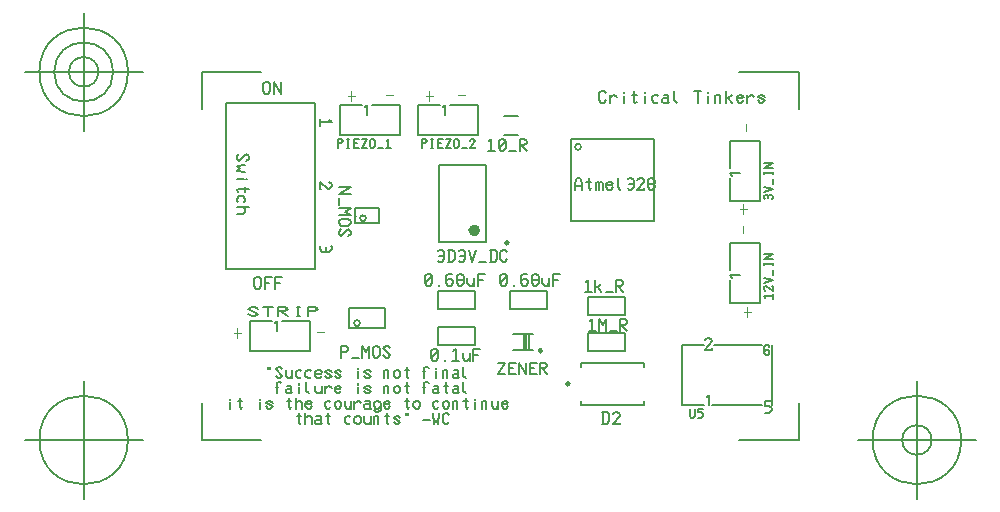
<source format=gbr>
G04 Generated by Ultiboard 14.0 *
%FSLAX24Y24*%
%MOIN*%

%ADD10C,0.0001*%
%ADD11C,0.0067*%
%ADD12C,0.0080*%
%ADD13C,0.0037*%
%ADD14C,0.0057*%
%ADD15C,0.0061*%
%ADD16C,0.0079*%
%ADD17C,0.0098*%
%ADD18C,0.0197*%
%ADD19C,0.0066*%
%ADD20C,0.0060*%
%ADD21C,0.0050*%


G04 ColorRGB FFFF00 for the following layer *
%LNSilkscreen Top*%
%LPD*%
G54D10*
G54D11*
X4139Y2267D02*
X4139Y2661D01*
X4296Y2661D01*
X4374Y2582D01*
X4374Y2543D01*
X4296Y2464D01*
X4139Y2464D01*
X4492Y2267D02*
X4727Y2267D01*
X4845Y2267D02*
X4845Y2661D01*
X4962Y2464D01*
X5080Y2661D01*
X5080Y2267D01*
X5197Y2346D02*
X5276Y2267D01*
X5354Y2267D01*
X5433Y2346D01*
X5433Y2582D01*
X5354Y2661D01*
X5276Y2661D01*
X5197Y2582D01*
X5197Y2346D01*
X5550Y2346D02*
X5629Y2267D01*
X5707Y2267D01*
X5785Y2346D01*
X5550Y2582D01*
X5629Y2661D01*
X5707Y2661D01*
X5785Y2582D01*
X4067Y7961D02*
X4461Y7961D01*
X4067Y7726D01*
X4461Y7726D01*
X4067Y7608D02*
X4067Y7373D01*
X4067Y7255D02*
X4461Y7255D01*
X4264Y7138D01*
X4461Y7020D01*
X4067Y7020D01*
X4146Y6903D02*
X4067Y6824D01*
X4067Y6746D01*
X4146Y6667D01*
X4382Y6667D01*
X4461Y6746D01*
X4461Y6824D01*
X4382Y6903D01*
X4146Y6903D01*
X4146Y6550D02*
X4067Y6471D01*
X4067Y6393D01*
X4146Y6315D01*
X4382Y6550D01*
X4461Y6471D01*
X4461Y6393D01*
X4382Y6315D01*
X3797Y5998D02*
X3836Y5959D01*
X3836Y5880D01*
X3757Y5802D01*
X3679Y5802D01*
X3639Y5841D01*
X3600Y5802D01*
X3521Y5802D01*
X3443Y5880D01*
X3443Y5959D01*
X3482Y5998D01*
X3639Y5959D02*
X3639Y5841D01*
X746Y9061D02*
X667Y8982D01*
X667Y8904D01*
X746Y8826D01*
X982Y9061D01*
X1061Y8982D01*
X1061Y8904D01*
X982Y8826D01*
X943Y8708D02*
X667Y8669D01*
X785Y8590D01*
X667Y8512D01*
X943Y8473D01*
X667Y8238D02*
X903Y8238D01*
X982Y8238D02*
X1021Y8238D01*
X706Y7807D02*
X667Y7846D01*
X706Y7885D01*
X1061Y7885D01*
X943Y7963D02*
X943Y7807D01*
X706Y7454D02*
X667Y7493D01*
X667Y7571D01*
X746Y7650D01*
X864Y7650D01*
X943Y7571D01*
X943Y7493D01*
X903Y7454D01*
X864Y7297D02*
X943Y7219D01*
X943Y7140D01*
X864Y7062D01*
X667Y7062D01*
X1061Y7297D02*
X667Y7297D01*
X3757Y8137D02*
X3836Y8059D01*
X3836Y7980D01*
X3757Y7902D01*
X3718Y7902D01*
X3443Y8137D01*
X3443Y7902D01*
X3482Y7902D01*
X3757Y10198D02*
X3836Y10120D01*
X3443Y10120D01*
X3443Y10237D02*
X3443Y10002D01*
G54D12*
X4400Y3275D02*
X5600Y3275D01*
X5600Y3925D01*
X4400Y3925D01*
X4578Y3425D02*
G75*
D01*
G02X4578Y3425I99J0*
G01*
X4400Y3590D02*
X4400Y3590D01*
X4401Y3590D01*
X4402Y3590D01*
X4403Y3591D01*
X4404Y3591D01*
X4405Y3591D01*
X4405Y3592D01*
X4406Y3592D01*
X4407Y3593D01*
X4407Y3594D01*
X4408Y3594D01*
X4408Y3595D01*
X4409Y3596D01*
X4409Y3597D01*
X4409Y3597D01*
X4409Y3598D01*
X4410Y3599D01*
X4410Y3600D01*
X4410Y3601D01*
X4409Y3602D01*
X4409Y3603D01*
X4409Y3603D01*
X4409Y3604D01*
X4408Y3605D01*
X4408Y3606D01*
X4407Y3606D01*
X4407Y3607D01*
X4406Y3608D01*
X4405Y3608D01*
X4405Y3609D01*
X4404Y3609D01*
X4403Y3609D01*
X4402Y3610D01*
X4401Y3610D01*
X4400Y3610D01*
X4400Y3610D01*
X4400Y3925D02*
X4400Y3610D01*
X4400Y3590D02*
X4400Y3275D01*
X13610Y4305D02*
X12390Y4305D01*
X12390Y3695D01*
X13610Y3695D01*
X13610Y4305D01*
X4606Y6754D02*
X5394Y6754D01*
X5394Y7246D01*
X4606Y7246D01*
X4775Y6921D02*
G75*
D01*
G02X4775Y6921I98J0*
G01*
X4606Y6980D02*
X4608Y6980D01*
X4610Y6980D01*
X4611Y6981D01*
X4613Y6981D01*
X4615Y6982D01*
X4616Y6983D01*
X4618Y6984D01*
X4619Y6985D01*
X4620Y6986D01*
X4622Y6987D01*
X4623Y6989D01*
X4624Y6990D01*
X4624Y6992D01*
X4625Y6993D01*
X4626Y6995D01*
X4626Y6997D01*
X4626Y6998D01*
X4626Y7000D01*
X4626Y7002D01*
X4626Y7003D01*
X4626Y7005D01*
X4625Y7007D01*
X4624Y7008D01*
X4624Y7010D01*
X4623Y7011D01*
X4622Y7013D01*
X4620Y7014D01*
X4619Y7015D01*
X4618Y7016D01*
X4616Y7017D01*
X4615Y7018D01*
X4613Y7019D01*
X4611Y7019D01*
X4610Y7020D01*
X4608Y7020D01*
X4606Y7020D01*
X4606Y7246D02*
X4606Y7020D01*
X4606Y6980D02*
X4606Y6754D01*
X7390Y3895D02*
X8610Y3895D01*
X8610Y4505D01*
X7390Y4505D01*
X7390Y3895D01*
X1056Y3732D02*
X1167Y3673D01*
X1278Y3673D01*
X1389Y3732D01*
X1056Y3911D01*
X1167Y3970D01*
X1278Y3970D01*
X1389Y3911D01*
X1722Y3673D02*
X1722Y3970D01*
X1556Y3970D02*
X1889Y3970D01*
X2056Y3673D02*
X2056Y3970D01*
X2278Y3970D01*
X2389Y3911D01*
X2389Y3881D01*
X2278Y3821D01*
X2056Y3821D01*
X2111Y3821D02*
X2389Y3673D01*
X2667Y3673D02*
X2778Y3673D01*
X2667Y3970D02*
X2778Y3970D01*
X2722Y3673D02*
X2722Y3970D01*
X3056Y3673D02*
X3056Y3970D01*
X3278Y3970D01*
X3389Y3911D01*
X3389Y3881D01*
X3278Y3821D01*
X3056Y3821D01*
X3100Y2500D02*
X1100Y2500D01*
X1850Y3500D02*
X1100Y3500D01*
X1100Y2500D01*
X3100Y3500D02*
X2183Y3500D01*
X2017Y3500D02*
X2017Y3167D01*
X1933Y3417D02*
X2017Y3500D01*
X3100Y3500D02*
X3100Y2500D01*
X6100Y9700D02*
X4100Y9700D01*
X4850Y10700D02*
X4100Y10700D01*
X4100Y9700D01*
X6100Y10700D02*
X5183Y10700D01*
X5017Y10700D02*
X5017Y10367D01*
X4933Y10617D02*
X5017Y10700D01*
X6100Y10700D02*
X6100Y9700D01*
X8700Y9700D02*
X6700Y9700D01*
X7450Y10700D02*
X6700Y10700D01*
X6700Y9700D01*
X8700Y10700D02*
X7783Y10700D01*
X7617Y10700D02*
X7617Y10367D01*
X7533Y10617D02*
X7617Y10700D01*
X8700Y10700D02*
X8700Y9700D01*
X9790Y3895D02*
X11010Y3895D01*
X11010Y4505D01*
X9790Y4505D01*
X9790Y3895D01*
X11822Y9578D02*
X14578Y9578D01*
X14578Y6822D01*
X11822Y6822D01*
X11822Y9578D01*
X11946Y9302D02*
G75*
D01*
G02X11946Y9302I99J0*
G01*
X324Y10776D02*
X324Y5224D01*
X3276Y5224D01*
X3276Y10776D01*
X324Y10776D01*
X16250Y2700D02*
X15500Y2700D01*
X15500Y700D02*
X16250Y700D01*
X15500Y2700D02*
X15500Y700D01*
X18500Y2700D02*
X18500Y700D01*
X16500Y700D02*
X18167Y700D01*
X18167Y2700D02*
X16583Y2700D01*
X16333Y950D02*
X16417Y1033D01*
X16417Y700D01*
X18417Y2617D02*
X18416Y2624D01*
X18415Y2631D01*
X18414Y2638D01*
X18412Y2645D01*
X18409Y2652D01*
X18406Y2658D01*
X18402Y2664D01*
X18397Y2670D01*
X18392Y2676D01*
X18387Y2680D01*
X18381Y2685D01*
X18375Y2689D01*
X18369Y2692D01*
X18362Y2695D01*
X18355Y2697D01*
X18348Y2699D01*
X18341Y2700D01*
X18333Y2700D01*
X18326Y2700D01*
X18319Y2699D01*
X18312Y2697D01*
X18305Y2695D01*
X18298Y2692D01*
X18292Y2689D01*
X18286Y2685D01*
X18280Y2680D01*
X18274Y2676D01*
X18270Y2670D01*
X18265Y2664D01*
X18261Y2658D01*
X18258Y2652D01*
X18255Y2645D01*
X18253Y2638D01*
X18251Y2631D01*
X18250Y2624D01*
X18250Y2617D01*
X18417Y2450D02*
X18416Y2457D01*
X18415Y2464D01*
X18414Y2472D01*
X18412Y2479D01*
X18409Y2485D01*
X18406Y2492D01*
X18402Y2498D01*
X18397Y2504D01*
X18392Y2509D01*
X18387Y2514D01*
X18381Y2518D01*
X18375Y2522D01*
X18369Y2526D01*
X18362Y2528D01*
X18355Y2530D01*
X18348Y2532D01*
X18341Y2533D01*
X18333Y2533D01*
X18326Y2533D01*
X18319Y2532D01*
X18312Y2530D01*
X18305Y2528D01*
X18298Y2526D01*
X18292Y2522D01*
X18286Y2518D01*
X18280Y2514D01*
X18274Y2509D01*
X18270Y2504D01*
X18265Y2498D01*
X18261Y2492D01*
X18258Y2485D01*
X18255Y2479D01*
X18253Y2472D01*
X18251Y2464D01*
X18250Y2457D01*
X18250Y2450D01*
X18250Y2443D01*
X18251Y2436D01*
X18253Y2428D01*
X18255Y2421D01*
X18258Y2415D01*
X18261Y2408D01*
X18265Y2402D01*
X18270Y2396D01*
X18274Y2391D01*
X18280Y2386D01*
X18286Y2382D01*
X18292Y2378D01*
X18298Y2374D01*
X18305Y2372D01*
X18312Y2370D01*
X18319Y2368D01*
X18326Y2367D01*
X18333Y2367D01*
X18341Y2367D01*
X18348Y2368D01*
X18355Y2370D01*
X18362Y2372D01*
X18369Y2374D01*
X18375Y2378D01*
X18381Y2382D01*
X18387Y2386D01*
X18392Y2391D01*
X18397Y2396D01*
X18402Y2402D01*
X18406Y2408D01*
X18409Y2415D01*
X18412Y2421D01*
X18414Y2428D01*
X18415Y2436D01*
X18416Y2443D01*
X18417Y2450D01*
X18417Y2450D01*
X18250Y2450D02*
X18250Y2617D01*
X12390Y2495D02*
X13610Y2495D01*
X13610Y3105D01*
X12390Y3105D01*
X12390Y2495D01*
X7390Y2695D02*
X8610Y2695D01*
X8610Y3305D01*
X7390Y3305D01*
X7390Y2695D01*
X18100Y9500D02*
X18100Y7500D01*
X17100Y8250D02*
X17100Y7500D01*
X18100Y7500D01*
X17100Y9500D02*
X17100Y8583D01*
X17100Y8417D02*
X17433Y8417D01*
X17183Y8333D02*
X17100Y8417D01*
X17100Y9500D02*
X18100Y9500D01*
X18100Y6100D02*
X18100Y4100D01*
X17100Y4850D02*
X17100Y4100D01*
X18100Y4100D01*
X17100Y6100D02*
X17100Y5183D01*
X17100Y5017D02*
X17433Y5017D01*
X17183Y4933D02*
X17100Y5017D01*
X17100Y6100D02*
X18100Y6100D01*
G54D13*
X4363Y11000D02*
X4598Y11000D01*
X4480Y11157D02*
X4480Y10843D01*
X17533Y6661D02*
X17533Y6426D01*
X17439Y7224D02*
X17674Y7224D01*
X17557Y7382D02*
X17557Y7067D01*
X17633Y10061D02*
X17633Y9826D01*
X17563Y3800D02*
X17798Y3800D01*
X17680Y3957D02*
X17680Y3643D01*
X563Y3100D02*
X798Y3100D01*
X680Y3257D02*
X680Y2943D01*
X5639Y11024D02*
X5874Y11024D01*
X6963Y11000D02*
X7198Y11000D01*
X7080Y11157D02*
X7080Y10843D01*
X8039Y11024D02*
X8274Y11024D01*
X3339Y3124D02*
X3574Y3124D01*
G54D14*
X1539Y11146D02*
X1618Y11067D01*
X1696Y11067D01*
X1774Y11146D01*
X1774Y11382D01*
X1696Y11461D01*
X1618Y11461D01*
X1539Y11382D01*
X1539Y11146D01*
X1892Y11067D02*
X1892Y11461D01*
X2127Y11067D01*
X2127Y11461D01*
X16263Y2857D02*
X16341Y2936D01*
X16420Y2936D01*
X16498Y2857D01*
X16498Y2818D01*
X16263Y2543D01*
X16498Y2543D01*
X16498Y2582D01*
X18498Y836D02*
X18263Y836D01*
X18263Y679D01*
X18420Y679D01*
X18498Y600D01*
X18498Y521D01*
X18420Y443D01*
X18263Y443D01*
X1239Y4646D02*
X1318Y4567D01*
X1396Y4567D01*
X1474Y4646D01*
X1474Y4882D01*
X1396Y4961D01*
X1318Y4961D01*
X1239Y4882D01*
X1239Y4646D01*
X1592Y4567D02*
X1592Y4961D01*
X1827Y4961D01*
X1592Y4764D02*
X1749Y4764D01*
X1945Y4567D02*
X1945Y4961D01*
X2180Y4961D01*
X1945Y4764D02*
X2101Y4764D01*
X1718Y1963D02*
X1718Y1890D01*
X1790Y1963D02*
X1790Y1890D01*
X1972Y1671D02*
X2045Y1598D01*
X2117Y1598D01*
X2190Y1671D01*
X1972Y1890D01*
X2045Y1963D01*
X2117Y1963D01*
X2190Y1890D01*
X2299Y1854D02*
X2299Y1671D01*
X2372Y1598D01*
X2445Y1598D01*
X2517Y1671D01*
X2517Y1854D01*
X2517Y1671D02*
X2517Y1598D01*
X2808Y1635D02*
X2772Y1598D01*
X2699Y1598D01*
X2626Y1671D01*
X2626Y1781D01*
X2699Y1854D01*
X2772Y1854D01*
X2808Y1817D01*
X3135Y1635D02*
X3099Y1598D01*
X3026Y1598D01*
X2953Y1671D01*
X2953Y1781D01*
X3026Y1854D01*
X3099Y1854D01*
X3135Y1817D01*
X3499Y1671D02*
X3426Y1598D01*
X3353Y1598D01*
X3281Y1671D01*
X3281Y1781D01*
X3353Y1854D01*
X3426Y1854D01*
X3499Y1781D01*
X3462Y1744D01*
X3281Y1744D01*
X3608Y1671D02*
X3680Y1598D01*
X3753Y1598D01*
X3826Y1671D01*
X3608Y1781D01*
X3680Y1854D01*
X3753Y1854D01*
X3826Y1781D01*
X3935Y1671D02*
X4007Y1598D01*
X4080Y1598D01*
X4153Y1671D01*
X3935Y1781D01*
X4007Y1854D01*
X4080Y1854D01*
X4153Y1781D01*
X4698Y1598D02*
X4698Y1817D01*
X4698Y1890D02*
X4698Y1927D01*
X4916Y1671D02*
X4989Y1598D01*
X5062Y1598D01*
X5134Y1671D01*
X4916Y1781D01*
X4989Y1854D01*
X5062Y1854D01*
X5134Y1781D01*
X5570Y1598D02*
X5570Y1817D01*
X5570Y1854D01*
X5570Y1817D02*
X5607Y1854D01*
X5679Y1854D01*
X5716Y1817D01*
X5716Y1598D01*
X5898Y1671D02*
X5970Y1598D01*
X6043Y1598D01*
X6116Y1671D01*
X6116Y1781D01*
X6043Y1854D01*
X5970Y1854D01*
X5898Y1781D01*
X5898Y1671D01*
X6406Y1635D02*
X6370Y1598D01*
X6334Y1635D01*
X6334Y1963D01*
X6261Y1854D02*
X6406Y1854D01*
X6915Y1598D02*
X6915Y1927D01*
X6952Y1963D01*
X7024Y1963D01*
X7061Y1927D01*
X6879Y1817D02*
X6952Y1817D01*
X7315Y1598D02*
X7315Y1817D01*
X7315Y1890D02*
X7315Y1927D01*
X7533Y1598D02*
X7533Y1817D01*
X7533Y1854D01*
X7533Y1817D02*
X7570Y1854D01*
X7642Y1854D01*
X7679Y1817D01*
X7679Y1598D01*
X7897Y1854D02*
X8006Y1854D01*
X8042Y1817D01*
X8042Y1635D01*
X8006Y1598D01*
X7897Y1598D01*
X7860Y1635D01*
X7860Y1708D01*
X7897Y1744D01*
X8042Y1744D01*
X8042Y1635D02*
X8078Y1598D01*
X8224Y1963D02*
X8224Y1671D01*
X8297Y1598D01*
X2008Y1087D02*
X2008Y1416D01*
X2045Y1452D01*
X2117Y1452D01*
X2154Y1416D01*
X1972Y1306D02*
X2045Y1306D01*
X2335Y1343D02*
X2445Y1343D01*
X2481Y1306D01*
X2481Y1124D01*
X2445Y1087D01*
X2335Y1087D01*
X2299Y1124D01*
X2299Y1197D01*
X2335Y1233D01*
X2481Y1233D01*
X2481Y1124D02*
X2517Y1087D01*
X2735Y1087D02*
X2735Y1306D01*
X2735Y1379D02*
X2735Y1416D01*
X2990Y1452D02*
X2990Y1160D01*
X3062Y1087D01*
X3281Y1343D02*
X3281Y1160D01*
X3353Y1087D01*
X3426Y1087D01*
X3499Y1160D01*
X3499Y1343D01*
X3499Y1160D02*
X3499Y1087D01*
X3608Y1233D02*
X3717Y1343D01*
X3753Y1343D01*
X3826Y1270D01*
X3608Y1087D02*
X3608Y1343D01*
X4153Y1160D02*
X4080Y1087D01*
X4007Y1087D01*
X3935Y1160D01*
X3935Y1270D01*
X4007Y1343D01*
X4080Y1343D01*
X4153Y1270D01*
X4117Y1233D01*
X3935Y1233D01*
X4698Y1087D02*
X4698Y1306D01*
X4698Y1379D02*
X4698Y1416D01*
X4916Y1160D02*
X4989Y1087D01*
X5062Y1087D01*
X5134Y1160D01*
X4916Y1270D01*
X4989Y1343D01*
X5062Y1343D01*
X5134Y1270D01*
X5570Y1087D02*
X5570Y1306D01*
X5570Y1343D01*
X5570Y1306D02*
X5607Y1343D01*
X5679Y1343D01*
X5716Y1306D01*
X5716Y1087D01*
X5898Y1160D02*
X5970Y1087D01*
X6043Y1087D01*
X6116Y1160D01*
X6116Y1270D01*
X6043Y1343D01*
X5970Y1343D01*
X5898Y1270D01*
X5898Y1160D01*
X6406Y1124D02*
X6370Y1087D01*
X6334Y1124D01*
X6334Y1452D01*
X6261Y1343D02*
X6406Y1343D01*
X6915Y1087D02*
X6915Y1416D01*
X6952Y1452D01*
X7024Y1452D01*
X7061Y1416D01*
X6879Y1306D02*
X6952Y1306D01*
X7242Y1343D02*
X7351Y1343D01*
X7388Y1306D01*
X7388Y1124D01*
X7351Y1087D01*
X7242Y1087D01*
X7206Y1124D01*
X7206Y1197D01*
X7242Y1233D01*
X7388Y1233D01*
X7388Y1124D02*
X7424Y1087D01*
X7715Y1124D02*
X7679Y1087D01*
X7642Y1124D01*
X7642Y1452D01*
X7570Y1343D02*
X7715Y1343D01*
X7897Y1343D02*
X8006Y1343D01*
X8042Y1306D01*
X8042Y1124D01*
X8006Y1087D01*
X7897Y1087D01*
X7860Y1124D01*
X7860Y1197D01*
X7897Y1233D01*
X8042Y1233D01*
X8042Y1124D02*
X8078Y1087D01*
X8224Y1452D02*
X8224Y1160D01*
X8297Y1087D01*
X445Y576D02*
X445Y795D01*
X445Y868D02*
X445Y905D01*
X845Y613D02*
X809Y576D01*
X773Y613D01*
X773Y941D01*
X700Y832D02*
X845Y832D01*
X1427Y576D02*
X1427Y795D01*
X1427Y868D02*
X1427Y905D01*
X1645Y649D02*
X1718Y576D01*
X1790Y576D01*
X1863Y649D01*
X1645Y759D01*
X1718Y832D01*
X1790Y832D01*
X1863Y759D01*
X2481Y613D02*
X2445Y576D01*
X2408Y613D01*
X2408Y941D01*
X2335Y832D02*
X2481Y832D01*
X2626Y759D02*
X2699Y832D01*
X2772Y832D01*
X2844Y759D01*
X2844Y576D01*
X2626Y941D02*
X2626Y576D01*
X3171Y649D02*
X3099Y576D01*
X3026Y576D01*
X2953Y649D01*
X2953Y759D01*
X3026Y832D01*
X3099Y832D01*
X3171Y759D01*
X3135Y722D01*
X2953Y722D01*
X3789Y613D02*
X3753Y576D01*
X3680Y576D01*
X3608Y649D01*
X3608Y759D01*
X3680Y832D01*
X3753Y832D01*
X3789Y795D01*
X3935Y649D02*
X4007Y576D01*
X4080Y576D01*
X4153Y649D01*
X4153Y759D01*
X4080Y832D01*
X4007Y832D01*
X3935Y759D01*
X3935Y649D01*
X4262Y832D02*
X4262Y649D01*
X4335Y576D01*
X4407Y576D01*
X4480Y649D01*
X4480Y832D01*
X4480Y649D02*
X4480Y576D01*
X4589Y722D02*
X4698Y832D01*
X4734Y832D01*
X4807Y759D01*
X4589Y576D02*
X4589Y832D01*
X4953Y832D02*
X5062Y832D01*
X5098Y795D01*
X5098Y613D01*
X5062Y576D01*
X4953Y576D01*
X4916Y613D01*
X4916Y686D01*
X4953Y722D01*
X5098Y722D01*
X5098Y613D02*
X5134Y576D01*
X5243Y539D02*
X5316Y466D01*
X5389Y466D01*
X5461Y539D01*
X5461Y649D01*
X5461Y759D01*
X5389Y832D01*
X5316Y832D01*
X5243Y759D01*
X5243Y649D01*
X5316Y576D01*
X5389Y576D01*
X5461Y649D01*
X5789Y649D02*
X5716Y576D01*
X5643Y576D01*
X5570Y649D01*
X5570Y759D01*
X5643Y832D01*
X5716Y832D01*
X5789Y759D01*
X5752Y722D01*
X5570Y722D01*
X6406Y613D02*
X6370Y576D01*
X6334Y613D01*
X6334Y941D01*
X6261Y832D02*
X6406Y832D01*
X6552Y649D02*
X6625Y576D01*
X6697Y576D01*
X6770Y649D01*
X6770Y759D01*
X6697Y832D01*
X6625Y832D01*
X6552Y759D01*
X6552Y649D01*
X7388Y613D02*
X7351Y576D01*
X7279Y576D01*
X7206Y649D01*
X7206Y759D01*
X7279Y832D01*
X7351Y832D01*
X7388Y795D01*
X7533Y649D02*
X7606Y576D01*
X7679Y576D01*
X7751Y649D01*
X7751Y759D01*
X7679Y832D01*
X7606Y832D01*
X7533Y759D01*
X7533Y649D01*
X7860Y576D02*
X7860Y795D01*
X7860Y832D01*
X7860Y795D02*
X7897Y832D01*
X7969Y832D01*
X8006Y795D01*
X8006Y576D01*
X8369Y613D02*
X8333Y576D01*
X8297Y613D01*
X8297Y941D01*
X8224Y832D02*
X8369Y832D01*
X8624Y576D02*
X8624Y795D01*
X8624Y868D02*
X8624Y905D01*
X8842Y576D02*
X8842Y795D01*
X8842Y832D01*
X8842Y795D02*
X8878Y832D01*
X8951Y832D01*
X8987Y795D01*
X8987Y576D01*
X9169Y832D02*
X9169Y649D01*
X9242Y576D01*
X9314Y576D01*
X9387Y649D01*
X9387Y832D01*
X9387Y649D02*
X9387Y576D01*
X9714Y649D02*
X9641Y576D01*
X9569Y576D01*
X9496Y649D01*
X9496Y759D01*
X9569Y832D01*
X9641Y832D01*
X9714Y759D01*
X9678Y722D01*
X9496Y722D01*
X2808Y101D02*
X2772Y65D01*
X2735Y101D01*
X2735Y430D01*
X2663Y320D02*
X2808Y320D01*
X2953Y247D02*
X3026Y320D01*
X3099Y320D01*
X3171Y247D01*
X3171Y65D01*
X2953Y430D02*
X2953Y65D01*
X3317Y320D02*
X3426Y320D01*
X3462Y284D01*
X3462Y101D01*
X3426Y65D01*
X3317Y65D01*
X3281Y101D01*
X3281Y174D01*
X3317Y211D01*
X3462Y211D01*
X3462Y101D02*
X3499Y65D01*
X3789Y101D02*
X3753Y65D01*
X3717Y101D01*
X3717Y430D01*
X3644Y320D02*
X3789Y320D01*
X4444Y101D02*
X4407Y65D01*
X4335Y65D01*
X4262Y138D01*
X4262Y247D01*
X4335Y320D01*
X4407Y320D01*
X4444Y284D01*
X4589Y138D02*
X4662Y65D01*
X4734Y65D01*
X4807Y138D01*
X4807Y247D01*
X4734Y320D01*
X4662Y320D01*
X4589Y247D01*
X4589Y138D01*
X4916Y320D02*
X4916Y138D01*
X4989Y65D01*
X5062Y65D01*
X5134Y138D01*
X5134Y320D01*
X5134Y138D02*
X5134Y65D01*
X5243Y65D02*
X5243Y284D01*
X5243Y320D01*
X5243Y284D02*
X5280Y320D01*
X5352Y320D01*
X5389Y284D01*
X5389Y65D01*
X5752Y101D02*
X5716Y65D01*
X5679Y101D01*
X5679Y430D01*
X5607Y320D02*
X5752Y320D01*
X5898Y138D02*
X5970Y65D01*
X6043Y65D01*
X6116Y138D01*
X5898Y247D01*
X5970Y320D01*
X6043Y320D01*
X6116Y247D01*
X6297Y430D02*
X6297Y357D01*
X6370Y430D02*
X6370Y357D01*
X6879Y211D02*
X7097Y211D01*
X7206Y430D02*
X7242Y65D01*
X7315Y211D01*
X7388Y65D01*
X7424Y430D01*
X7751Y138D02*
X7679Y65D01*
X7606Y65D01*
X7533Y138D01*
X7533Y357D01*
X7606Y430D01*
X7679Y430D01*
X7751Y357D01*
G54D15*
X12302Y4782D02*
X12380Y4861D01*
X12380Y4467D01*
X12263Y4467D02*
X12498Y4467D01*
X12616Y4624D02*
X12694Y4624D01*
X12812Y4743D01*
X12694Y4624D02*
X12812Y4467D01*
X12616Y4467D02*
X12616Y4861D01*
X12968Y4467D02*
X13203Y4467D01*
X13321Y4467D02*
X13321Y4861D01*
X13478Y4861D01*
X13556Y4782D01*
X13556Y4743D01*
X13478Y4664D01*
X13321Y4664D01*
X13360Y4664D02*
X13556Y4467D01*
X9375Y2112D02*
X9611Y2112D01*
X9375Y1718D01*
X9611Y1718D01*
X9963Y1718D02*
X9728Y1718D01*
X9728Y1915D01*
X9728Y2112D01*
X9963Y2112D01*
X9728Y1915D02*
X9885Y1915D01*
X10081Y1718D02*
X10081Y2112D01*
X10316Y1718D01*
X10316Y2112D01*
X10669Y1718D02*
X10434Y1718D01*
X10434Y1915D01*
X10434Y2112D01*
X10669Y2112D01*
X10434Y1915D02*
X10590Y1915D01*
X10786Y1718D02*
X10786Y2112D01*
X10943Y2112D01*
X11022Y2033D01*
X11022Y1994D01*
X10943Y1915D01*
X10786Y1915D01*
X10826Y1915D02*
X11022Y1718D01*
X6939Y4982D02*
X7018Y5061D01*
X7096Y5061D01*
X7174Y4982D01*
X7174Y4746D01*
X7096Y4667D01*
X7018Y4667D01*
X6939Y4746D01*
X6939Y4982D01*
X7174Y4982D02*
X6939Y4746D01*
X7410Y4667D02*
X7410Y4706D01*
X7841Y5061D02*
X7723Y5061D01*
X7645Y4982D01*
X7645Y4824D01*
X7645Y4746D01*
X7723Y4667D01*
X7801Y4667D01*
X7880Y4746D01*
X7880Y4824D01*
X7801Y4903D01*
X7723Y4903D01*
X7645Y4824D01*
X8154Y4667D02*
X8076Y4667D01*
X7997Y4746D01*
X7997Y4824D01*
X8037Y4864D01*
X7997Y4903D01*
X7997Y4982D01*
X8076Y5061D01*
X8154Y5061D01*
X8233Y4982D01*
X8233Y4903D01*
X8193Y4864D01*
X8233Y4824D01*
X8233Y4746D01*
X8154Y4667D01*
X8037Y4864D02*
X8193Y4864D01*
X8350Y4943D02*
X8350Y4746D01*
X8429Y4667D01*
X8507Y4667D01*
X8585Y4746D01*
X8585Y4943D01*
X8585Y4746D02*
X8585Y4667D01*
X8703Y4667D02*
X8703Y5061D01*
X8938Y5061D01*
X8703Y4864D02*
X8860Y4864D01*
X7378Y5821D02*
X7418Y5861D01*
X7496Y5861D01*
X7574Y5782D01*
X7574Y5703D01*
X7535Y5664D01*
X7574Y5624D01*
X7574Y5546D01*
X7496Y5467D01*
X7418Y5467D01*
X7378Y5506D01*
X7418Y5664D02*
X7535Y5664D01*
X7692Y5467D02*
X7849Y5467D01*
X7927Y5546D01*
X7927Y5782D01*
X7849Y5861D01*
X7692Y5861D01*
X7731Y5861D02*
X7731Y5467D01*
X8084Y5821D02*
X8123Y5861D01*
X8201Y5861D01*
X8280Y5782D01*
X8280Y5703D01*
X8241Y5664D01*
X8280Y5624D01*
X8280Y5546D01*
X8201Y5467D01*
X8123Y5467D01*
X8084Y5506D01*
X8123Y5664D02*
X8241Y5664D01*
X8397Y5861D02*
X8515Y5467D01*
X8633Y5861D01*
X8750Y5467D02*
X8985Y5467D01*
X9103Y5467D02*
X9260Y5467D01*
X9338Y5546D01*
X9338Y5782D01*
X9260Y5861D01*
X9103Y5861D01*
X9142Y5861D02*
X9142Y5467D01*
X9691Y5546D02*
X9613Y5467D01*
X9534Y5467D01*
X9456Y5546D01*
X9456Y5782D01*
X9534Y5861D01*
X9613Y5861D01*
X9691Y5782D01*
X9078Y9482D02*
X9157Y9561D01*
X9157Y9167D01*
X9039Y9167D02*
X9274Y9167D01*
X9392Y9482D02*
X9470Y9561D01*
X9549Y9561D01*
X9627Y9482D01*
X9627Y9246D01*
X9549Y9167D01*
X9470Y9167D01*
X9392Y9246D01*
X9392Y9482D01*
X9627Y9482D02*
X9392Y9246D01*
X9745Y9167D02*
X9980Y9167D01*
X10097Y9167D02*
X10097Y9561D01*
X10254Y9561D01*
X10333Y9482D01*
X10333Y9443D01*
X10254Y9364D01*
X10097Y9364D01*
X10137Y9364D02*
X10333Y9167D01*
X12839Y67D02*
X12996Y67D01*
X13074Y146D01*
X13074Y382D01*
X12996Y461D01*
X12839Y461D01*
X12878Y461D02*
X12878Y67D01*
X13192Y382D02*
X13270Y461D01*
X13349Y461D01*
X13427Y382D01*
X13427Y343D01*
X13192Y67D01*
X13427Y67D01*
X13427Y106D01*
X9439Y4982D02*
X9518Y5061D01*
X9596Y5061D01*
X9674Y4982D01*
X9674Y4746D01*
X9596Y4667D01*
X9518Y4667D01*
X9439Y4746D01*
X9439Y4982D01*
X9674Y4982D02*
X9439Y4746D01*
X9910Y4667D02*
X9910Y4706D01*
X10341Y5061D02*
X10223Y5061D01*
X10145Y4982D01*
X10145Y4824D01*
X10145Y4746D01*
X10223Y4667D01*
X10301Y4667D01*
X10380Y4746D01*
X10380Y4824D01*
X10301Y4903D01*
X10223Y4903D01*
X10145Y4824D01*
X10654Y4667D02*
X10576Y4667D01*
X10497Y4746D01*
X10497Y4824D01*
X10537Y4864D01*
X10497Y4903D01*
X10497Y4982D01*
X10576Y5061D01*
X10654Y5061D01*
X10733Y4982D01*
X10733Y4903D01*
X10693Y4864D01*
X10733Y4824D01*
X10733Y4746D01*
X10654Y4667D01*
X10537Y4864D02*
X10693Y4864D01*
X10850Y4943D02*
X10850Y4746D01*
X10929Y4667D01*
X11007Y4667D01*
X11085Y4746D01*
X11085Y4943D01*
X11085Y4746D02*
X11085Y4667D01*
X11203Y4667D02*
X11203Y5061D01*
X11438Y5061D01*
X11203Y4864D02*
X11360Y4864D01*
X12431Y3482D02*
X12510Y3561D01*
X12510Y3167D01*
X12392Y3167D02*
X12627Y3167D01*
X12745Y3167D02*
X12745Y3561D01*
X12862Y3364D01*
X12980Y3561D01*
X12980Y3167D01*
X13097Y3167D02*
X13333Y3167D01*
X13450Y3167D02*
X13450Y3561D01*
X13607Y3561D01*
X13685Y3482D01*
X13685Y3443D01*
X13607Y3364D01*
X13450Y3364D01*
X13489Y3364D02*
X13685Y3167D01*
X7139Y2482D02*
X7218Y2561D01*
X7296Y2561D01*
X7374Y2482D01*
X7374Y2246D01*
X7296Y2167D01*
X7218Y2167D01*
X7139Y2246D01*
X7139Y2482D01*
X7374Y2482D02*
X7139Y2246D01*
X7610Y2167D02*
X7610Y2206D01*
X7884Y2482D02*
X7962Y2561D01*
X7962Y2167D01*
X7845Y2167D02*
X8080Y2167D01*
X8197Y2443D02*
X8197Y2246D01*
X8276Y2167D01*
X8354Y2167D01*
X8433Y2246D01*
X8433Y2443D01*
X8433Y2246D02*
X8433Y2167D01*
X8550Y2167D02*
X8550Y2561D01*
X8785Y2561D01*
X8550Y2364D02*
X8707Y2364D01*
X12974Y10846D02*
X12896Y10767D01*
X12818Y10767D01*
X12739Y10846D01*
X12739Y11082D01*
X12818Y11161D01*
X12896Y11161D01*
X12974Y11082D01*
X13092Y10924D02*
X13210Y11043D01*
X13249Y11043D01*
X13327Y10964D01*
X13092Y10767D02*
X13092Y11043D01*
X13562Y10767D02*
X13562Y11003D01*
X13562Y11082D02*
X13562Y11121D01*
X13993Y10806D02*
X13954Y10767D01*
X13915Y10806D01*
X13915Y11161D01*
X13837Y11043D02*
X13993Y11043D01*
X14268Y10767D02*
X14268Y11003D01*
X14268Y11082D02*
X14268Y11121D01*
X14699Y10806D02*
X14660Y10767D01*
X14581Y10767D01*
X14503Y10846D01*
X14503Y10964D01*
X14581Y11043D01*
X14660Y11043D01*
X14699Y11003D01*
X14895Y11043D02*
X15013Y11043D01*
X15052Y11003D01*
X15052Y10806D01*
X15013Y10767D01*
X14895Y10767D01*
X14856Y10806D01*
X14856Y10885D01*
X14895Y10924D01*
X15052Y10924D01*
X15052Y10806D02*
X15091Y10767D01*
X15248Y11161D02*
X15248Y10846D01*
X15326Y10767D01*
X16032Y10767D02*
X16032Y11161D01*
X15914Y11161D02*
X16149Y11161D01*
X16384Y10767D02*
X16384Y11003D01*
X16384Y11082D02*
X16384Y11121D01*
X16620Y10767D02*
X16620Y11003D01*
X16620Y11043D01*
X16620Y11003D02*
X16659Y11043D01*
X16737Y11043D01*
X16776Y11003D01*
X16776Y10767D01*
X16972Y10924D02*
X17051Y10924D01*
X17168Y11043D01*
X17051Y10924D02*
X17168Y10767D01*
X16972Y10767D02*
X16972Y11161D01*
X17560Y10846D02*
X17482Y10767D01*
X17403Y10767D01*
X17325Y10846D01*
X17325Y10964D01*
X17403Y11043D01*
X17482Y11043D01*
X17560Y10964D01*
X17521Y10924D01*
X17325Y10924D01*
X17678Y10924D02*
X17795Y11043D01*
X17835Y11043D01*
X17913Y10964D01*
X17678Y10767D02*
X17678Y11043D01*
X18031Y10846D02*
X18109Y10767D01*
X18187Y10767D01*
X18266Y10846D01*
X18031Y10964D01*
X18109Y11043D01*
X18187Y11043D01*
X18266Y10964D01*
G54D16*
X10535Y2544D02*
X9865Y2544D01*
X10535Y3056D02*
X9865Y3056D01*
X10239Y3056D02*
X10239Y2544D01*
X10397Y3056D02*
X10397Y2544D01*
X10318Y3056D02*
X10318Y2544D01*
X8978Y8680D02*
X7422Y8680D01*
X7422Y6120D02*
X8978Y6120D01*
X8978Y8680D01*
X7422Y8680D02*
X7422Y6120D01*
X9564Y9685D02*
X10036Y9685D01*
X9564Y10315D02*
X10036Y10315D01*
X9564Y10315D02*
X10036Y10315D01*
X12157Y2109D02*
X14243Y2109D01*
X12157Y1971D02*
X12157Y2109D01*
X14243Y2109D02*
X14243Y1971D01*
X12157Y691D02*
X14243Y691D01*
X12157Y829D02*
X12157Y691D01*
X14243Y691D02*
X14243Y829D01*
G54D17*
X10741Y2505D02*
G75*
D01*
G02X10741Y2505I50J0*
G01*
X9627Y6102D02*
G75*
D01*
G02X9627Y6102I49J0*
G01*
X11655Y1400D02*
G75*
D01*
G02X11655Y1400I49J0*
G01*
G54D18*
X8485Y6514D02*
G75*
D01*
G02X8485Y6514I99J0*
G01*
G54D19*
X6830Y9273D02*
X6830Y9570D01*
X6948Y9570D01*
X7007Y9511D01*
X7007Y9481D01*
X6948Y9421D01*
X6830Y9421D01*
X7156Y9273D02*
X7215Y9273D01*
X7156Y9570D02*
X7215Y9570D01*
X7185Y9273D02*
X7185Y9570D01*
X7541Y9273D02*
X7363Y9273D01*
X7363Y9421D01*
X7363Y9570D01*
X7541Y9570D01*
X7363Y9421D02*
X7481Y9421D01*
X7630Y9570D02*
X7807Y9570D01*
X7630Y9273D01*
X7807Y9273D01*
X7896Y9332D02*
X7956Y9273D01*
X8015Y9273D01*
X8074Y9332D01*
X8074Y9511D01*
X8015Y9570D01*
X7956Y9570D01*
X7896Y9511D01*
X7896Y9332D01*
X8163Y9273D02*
X8341Y9273D01*
X8430Y9511D02*
X8489Y9570D01*
X8548Y9570D01*
X8607Y9511D01*
X8607Y9481D01*
X8430Y9273D01*
X8607Y9273D01*
X8607Y9302D01*
X4030Y9273D02*
X4030Y9570D01*
X4148Y9570D01*
X4207Y9511D01*
X4207Y9481D01*
X4148Y9421D01*
X4030Y9421D01*
X4356Y9273D02*
X4415Y9273D01*
X4356Y9570D02*
X4415Y9570D01*
X4385Y9273D02*
X4385Y9570D01*
X4741Y9273D02*
X4563Y9273D01*
X4563Y9421D01*
X4563Y9570D01*
X4741Y9570D01*
X4563Y9421D02*
X4681Y9421D01*
X4830Y9570D02*
X5007Y9570D01*
X4830Y9273D01*
X5007Y9273D01*
X5096Y9332D02*
X5156Y9273D01*
X5215Y9273D01*
X5274Y9332D01*
X5274Y9511D01*
X5215Y9570D01*
X5156Y9570D01*
X5096Y9511D01*
X5096Y9332D01*
X5363Y9273D02*
X5541Y9273D01*
X5659Y9511D02*
X5718Y9570D01*
X5718Y9273D01*
X5630Y9273D02*
X5807Y9273D01*
X18260Y7559D02*
X18230Y7589D01*
X18230Y7648D01*
X18289Y7707D01*
X18349Y7707D01*
X18379Y7678D01*
X18408Y7707D01*
X18468Y7707D01*
X18527Y7648D01*
X18527Y7589D01*
X18498Y7559D01*
X18379Y7589D02*
X18379Y7678D01*
X18230Y7796D02*
X18527Y7885D01*
X18230Y7974D01*
X18527Y8063D02*
X18527Y8241D01*
X18527Y8389D02*
X18527Y8448D01*
X18230Y8389D02*
X18230Y8448D01*
X18527Y8418D02*
X18230Y8418D01*
X18527Y8596D02*
X18230Y8596D01*
X18527Y8774D01*
X18230Y8774D01*
X18289Y4259D02*
X18230Y4319D01*
X18527Y4319D01*
X18527Y4230D02*
X18527Y4407D01*
X18289Y4496D02*
X18230Y4556D01*
X18230Y4615D01*
X18289Y4674D01*
X18319Y4674D01*
X18527Y4496D01*
X18527Y4674D01*
X18498Y4674D01*
X18230Y4763D02*
X18527Y4852D01*
X18230Y4941D01*
X18527Y5030D02*
X18527Y5207D01*
X18527Y5356D02*
X18527Y5415D01*
X18230Y5356D02*
X18230Y5415D01*
X18527Y5385D02*
X18230Y5385D01*
X18527Y5563D02*
X18230Y5563D01*
X18527Y5741D01*
X18230Y5741D01*
G54D20*
X11938Y7875D02*
X11938Y8107D01*
X12015Y8261D01*
X12092Y8261D01*
X12169Y8107D01*
X12169Y7875D01*
X11938Y7991D02*
X12169Y7991D01*
X12477Y7913D02*
X12439Y7875D01*
X12400Y7913D01*
X12400Y8261D01*
X12323Y8145D02*
X12477Y8145D01*
X12631Y7875D02*
X12631Y8107D01*
X12631Y8145D01*
X12631Y8107D02*
X12670Y8145D01*
X12708Y8145D01*
X12747Y8107D01*
X12785Y8145D01*
X12824Y8145D01*
X12862Y8107D01*
X12862Y7875D01*
X12747Y8107D02*
X12747Y7875D01*
X13208Y7952D02*
X13131Y7875D01*
X13054Y7875D01*
X12977Y7952D01*
X12977Y8068D01*
X13054Y8145D01*
X13131Y8145D01*
X13208Y8068D01*
X13170Y8029D01*
X12977Y8029D01*
X13362Y8261D02*
X13362Y7952D01*
X13439Y7875D01*
X13709Y8223D02*
X13747Y8261D01*
X13824Y8261D01*
X13901Y8184D01*
X13901Y8107D01*
X13863Y8068D01*
X13901Y8029D01*
X13901Y7952D01*
X13824Y7875D01*
X13747Y7875D01*
X13709Y7913D01*
X13747Y8068D02*
X13863Y8068D01*
X14016Y8184D02*
X14093Y8261D01*
X14170Y8261D01*
X14247Y8184D01*
X14247Y8145D01*
X14016Y7875D01*
X14247Y7875D01*
X14247Y7913D01*
X14517Y7875D02*
X14440Y7875D01*
X14363Y7952D01*
X14363Y8029D01*
X14401Y8068D01*
X14363Y8107D01*
X14363Y8184D01*
X14440Y8261D01*
X14517Y8261D01*
X14594Y8184D01*
X14594Y8107D01*
X14555Y8068D01*
X14594Y8029D01*
X14594Y7952D01*
X14517Y7875D01*
X14401Y8068D02*
X14555Y8068D01*
X15763Y570D02*
X15763Y332D01*
X15822Y273D01*
X15881Y273D01*
X15941Y332D01*
X15941Y570D01*
X16207Y570D02*
X16030Y570D01*
X16030Y451D01*
X16148Y451D01*
X16207Y392D01*
X16207Y332D01*
X16148Y273D01*
X16030Y273D01*
G54D21*
X-500Y-470D02*
X-500Y757D01*
X-500Y-470D02*
X1490Y-470D01*
X19400Y-470D02*
X17410Y-470D01*
X19400Y-470D02*
X19400Y757D01*
X19400Y11800D02*
X19400Y10573D01*
X19400Y11800D02*
X17410Y11800D01*
X-500Y11800D02*
X1490Y11800D01*
X-500Y11800D02*
X-500Y10573D01*
X-2469Y-470D02*
X-6406Y-470D01*
X-4437Y-2439D02*
X-4437Y1498D01*
X-5913Y-470D02*
G75*
D01*
G02X-5913Y-470I1476J0*
G01*
X21369Y-470D02*
X25306Y-470D01*
X23337Y-2439D02*
X23337Y1498D01*
X21861Y-470D02*
G75*
D01*
G02X21861Y-470I1476J0*
G01*
X22845Y-470D02*
G75*
D01*
G02X22845Y-470I492J0*
G01*
X-2469Y11800D02*
X-6406Y11800D01*
X-4437Y9831D02*
X-4437Y13769D01*
X-5913Y11800D02*
G75*
D01*
G02X-5913Y11800I1476J0*
G01*
X-5421Y11800D02*
G75*
D01*
G02X-5421Y11800I984J0*
G01*
X-4929Y11800D02*
G75*
D01*
G02X-4929Y11800I492J0*
G01*

M02*

</source>
